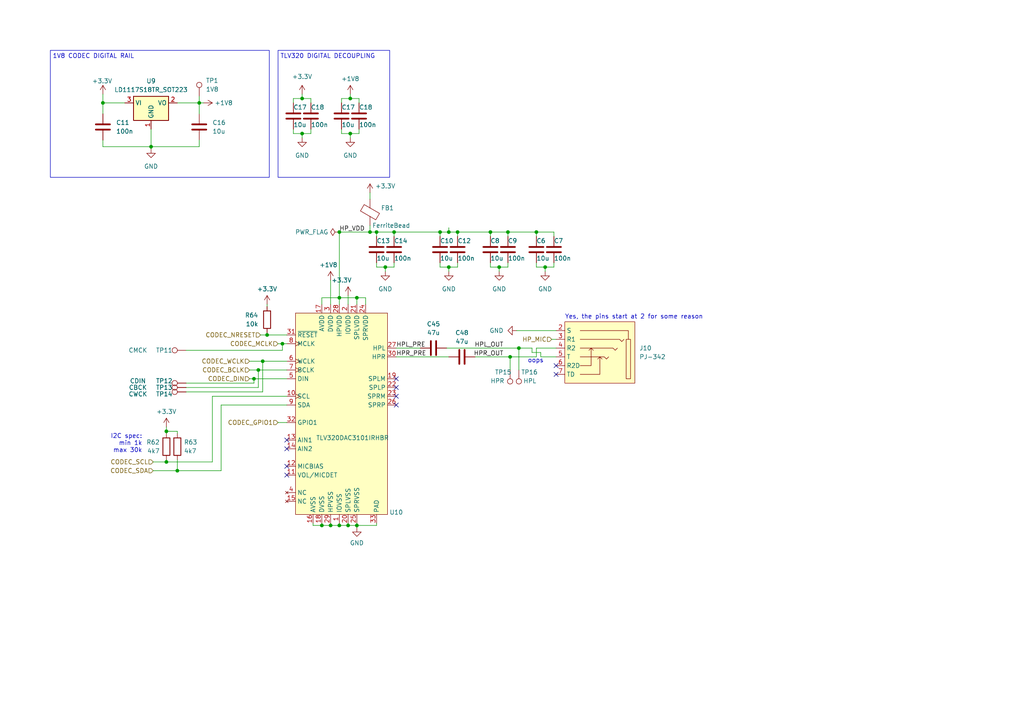
<source format=kicad_sch>
(kicad_sch (version 20230121) (generator eeschema)
  (paper "A4")
  (title_block (title "SBC DAC Interface"))
  (lib_symbols
    (symbol "Connector:TestPoint" (pin_numbers hide) (pin_names (offset 0.762) hide)
      (property "Reference" "TP" (at 0 6.858 0))
      (property "Value" "TestPoint" (at 0 5.08 0))
      (symbol "TestPoint_0_1"
        (circle (center 0 3.302) (radius 0.762))
      )
      (symbol "TestPoint_1_1"
        (pin passive line (at 0 0 90) (length 2.54) (name "1") (number "1"))
      )
    )
    (symbol "Device:C" (pin_numbers hide) (pin_names (offset 0.254))
      (property "Reference" "C" (at 0.635 2.54 0))
      (property "Value" "C" (at 0.635 -2.54 0))
      (symbol "C_0_1"
        (polyline (pts (xy -2.032 -0.762) (xy 2.032 -0.762)) (stroke (width 0.508)))
        (polyline (pts (xy -2.032 0.762) (xy 2.032 0.762)) (stroke (width 0.508)))
      )
      (symbol "C_1_1"
        (pin passive line (at 0 3.81 270) (length 2.794) (name "~") (number "1"))
        (pin passive line (at 0 -3.81 90) (length 2.794) (name "~") (number "2"))
      )
    )
    (symbol "Device:FerriteBead" (pin_numbers hide) (pin_names (offset 0))
      (property "Reference" "FB" (at -3.81 0.635 90))
      (property "Value" "FerriteBead" (at 3.81 0 90))
      (symbol "FerriteBead_0_1"
        (polyline (pts (xy 0 -1.27) (xy 0 -1.2192)))
        (polyline (pts (xy 0 1.27) (xy 0 1.2954)))
        (polyline (pts (xy -2.7686 0.4064) (xy -1.7018 2.2606) (xy 2.7686 -0.3048) (xy 1.6764 -2.159) (xy -2.7686 0.4064)))
      )
      (symbol "FerriteBead_1_1"
        (pin passive line (at 0 3.81 270) (length 2.54) (name "~") (number "1"))
        (pin passive line (at 0 -3.81 90) (length 2.54) (name "~") (number "2"))
      )
    )
    (symbol "Device:R" (pin_numbers hide) (pin_names (offset 0))
      (property "Reference" "R" (at 2.032 0 90))
      (property "Value" "R" (at 0 0 90))
      (symbol "R_0_1"
        (rectangle (start -1.016 -2.54) (end 1.016 2.54) (stroke (width 0.254)))
      )
      (symbol "R_1_1"
        (pin passive line (at 0 3.81 270) (length 1.27) (name "~") (number "1"))
        (pin passive line (at 0 -3.81 90) (length 1.27) (name "~") (number "2"))
      )
    )
    (symbol "Regulator_Linear:LD1117S18TR_SOT223"
      (property "Reference" "U" (at -3.81 3.175 0))
      (property "Value" "LD1117S18TR_SOT223" (at 0 3.175 0))
      (symbol "LD1117S18TR_SOT223_0_1"
        (rectangle (start -5.08 -5.08) (end 5.08 1.905) (stroke (width 0.254)) (fill (type background)))
      )
      (symbol "LD1117S18TR_SOT223_1_1"
        (pin power_in line (at 0 -7.62 90) (length 2.54) (name "GND") (number "1"))
        (pin power_out line (at 7.62 0 180) (length 2.54) (name "VO") (number "2"))
        (pin power_in line (at -7.62 0 0) (length 2.54) (name "VI") (number "3"))
      )
    )
    (symbol "power:+1V8" (power) (pin_names (offset 0))
      (property "Value" "+1V8" (at 0 3.556 0))
      (symbol "+1V8_0_1"
        (polyline (pts (xy -0.762 1.27) (xy 0 2.54)))
        (polyline (pts (xy 0 0) (xy 0 2.54)))
        (polyline (pts (xy 0 2.54) (xy 0.762 1.27)))
      )
      (symbol "+1V8_1_1"
        (pin power_in line (at 0 0 90) (length 0) hide (name "+1V8") (number "1"))
      )
    )
    (symbol "power:+3.3V" (power) (pin_names (offset 0))
      (property "Value" "+3.3V" (at 0 3.556 0))
      (symbol "+3.3V_0_1"
        (polyline (pts (xy -0.762 1.27) (xy 0 2.54)))
        (polyline (pts (xy 0 0) (xy 0 2.54)))
        (polyline (pts (xy 0 2.54) (xy 0.762 1.27)))
      )
      (symbol "+3.3V_1_1"
        (pin power_in line (at 0 0 90) (length 0) hide (name "+3.3V") (number "1"))
      )
    )
    (symbol "power:GND" (power) (pin_names (offset 0))
      (property "Value" "GND" (at 0 -3.81 0))
      (symbol "GND_0_1"
        (polyline (pts (xy 0 0) (xy 0 -1.27) (xy 1.27 -1.27) (xy 0 -2.54) (xy -1.27 -1.27) (xy 0 -1.27)))
      )
      (symbol "GND_1_1"
        (pin power_in line (at 0 0 270) (length 0) hide (name "GND") (number "1"))
      )
    )
    (symbol "power:PWR_FLAG" (power) (pin_numbers hide) (pin_names (offset 0) hide)
      (property "Value" "PWR_FLAG" (at 0 3.81 0))
      (symbol "PWR_FLAG_0_0"
        (pin power_out line (at 0 0 90) (length 0) (name "pwr") (number "1"))
      )
      (symbol "PWR_FLAG_0_1"
        (polyline (pts (xy 0 0) (xy 0 1.27) (xy -1.016 1.905) (xy 0 2.54) (xy 1.016 1.905) (xy 0 1.27)))
      )
    )
    (symbol "sbc_library:AudioJack_PJ-342"
      (property "Reference" "J" (at -3.81 2.54 0))
      (symbol "AudioJack_PJ-342_1_1"
        (polyline (pts (xy 4.445 -15.24) (xy 10.16 -15.24) (xy 10.16 -10.16)))
        (polyline (pts (xy 4.445 -12.7) (xy 7.62 -12.7) (xy 7.62 -7.62)))
        (polyline (pts (xy 4.445 -2.54) (xy 18.415 -2.54) (xy 18.415 -5.08)))
        (polyline (pts (xy 6.985 -8.255) (xy 7.62 -7.62) (xy 8.255 -8.255)))
        (polyline (pts (xy 9.525 -10.795) (xy 10.16 -10.16) (xy 10.795 -10.795)))
        (polyline (pts (xy 4.445 -10.16) (xy 11.43 -10.16) (xy 12.065 -10.795) (xy 12.7 -10.16)))
        (polyline (pts (xy 4.445 -7.62) (xy 13.97 -7.62) (xy 14.605 -8.255) (xy 15.24 -7.62)))
        (polyline (pts (xy 4.445 -5.08) (xy 15.875 -5.08) (xy 16.51 -5.715) (xy 17.145 -5.08)))
        (rectangle (start 0 0) (end 20.32 -17.78) (fill (type background)))
        (rectangle (start 17.78 -5.08) (end 19.05 -16.51) (fill (type background)))
        (pin power_in line (at -2.54 -2.54 0) (length 2.54) (name "S") (number "2"))
        (pin bidirectional line (at -2.54 -5.08 0) (length 2.54) (name "R1") (number "3"))
        (pin bidirectional line (at -2.54 -7.62 0) (length 2.54) (name "R2") (number "4"))
        (pin bidirectional line (at -2.54 -10.16 0) (length 2.54) (name "T") (number "5"))
        (pin bidirectional line (at -2.54 -12.7 0) (length 2.54) (name "R2D") (number "6"))
        (pin bidirectional line (at -2.54 -15.24 0) (length 2.54) (name "TD") (number "7"))
      )
    )
    (symbol "sbc_library:TLV320DAC3101"
      (property "Reference" "U" (at -17.78 31.75 0))
      (property "Value" "TLV320DAC3101" (at 0 -6.35 0))
      (symbol "TLV320DAC3101_1_1"
        (rectangle (start -16.51 29.21) (end 10.16 -29.21) (fill (type background)))
        (pin power_in line (at -3.81 -31.75 90) (length 2.54) (name "IOVSS") (number "1"))
        (pin bidirectional clock (at -19.05 5.08 0) (length 2.54) (name "SCL") (number "10"))
        (pin input line (at -19.05 -17.78 0) (length 2.54) (name "VOL/MICDET") (number "11"))
        (pin output line (at -19.05 -15.24 0) (length 2.54) (name "MICBIAS") (number "12"))
        (pin input line (at -19.05 -7.62 0) (length 2.54) (name "AIN1") (number "13"))
        (pin input line (at -19.05 -10.16 0) (length 2.54) (name "AIN2") (number "14"))
        (pin no_connect line (at -19.05 -25.4 0) (length 2.54) (name "NC") (number "15"))
        (pin power_in line (at -11.43 -31.75 90) (length 2.54) (name "AVSS") (number "16"))
        (pin power_in line (at -8.89 31.75 270) (length 2.54) (name "AVDD") (number "17"))
        (pin power_in line (at -8.89 -31.75 90) (length 2.54) (name "DVSS") (number "18"))
        (pin output line (at 12.7 10.16 180) (length 2.54) (name "SPLM") (number "19"))
        (pin power_in line (at -1.27 31.75 270) (length 2.54) (name "IOVDD") (number "2"))
        (pin power_in line (at -1.27 -31.75 90) (length 2.54) (name "SPLVSS") (number "20"))
        (pin power_in line (at 1.27 31.75 270) (length 2.54) (name "SPLVDD") (number "21"))
        (pin output line (at 12.7 7.62 180) (length 2.54) (name "SPLP") (number "22"))
        (pin output line (at 12.7 5.08 180) (length 2.54) (name "SPRM") (number "23"))
        (pin power_in line (at 3.81 31.75 270) (length 2.54) (name "SPRVDD") (number "24"))
        (pin power_in line (at 1.27 -31.75 90) (length 2.54) (name "SPRVSS") (number "25"))
        (pin output line (at 12.7 2.54 180) (length 2.54) (name "SPRP") (number "26"))
        (pin output line (at 12.7 19.05 180) (length 2.54) (name "HPL") (number "27"))
        (pin power_in line (at -3.81 31.75 270) (length 2.54) (name "HPVDD") (number "28"))
        (pin power_in line (at -6.35 -31.75 90) (length 2.54) (name "HPVSS") (number "29"))
        (pin power_in line (at -6.35 31.75 270) (length 2.54) (name "DVDD") (number "3"))
        (pin output line (at 12.7 16.51 180) (length 2.54) (name "HPR") (number "30"))
        (pin input line (at -19.05 22.86 0) (length 2.54) (name "~{RESET}") (number "31"))
        (pin bidirectional line (at -19.05 -2.54 0) (length 2.54) (name "GPIO1") (number "32"))
        (pin power_in line (at 6.985 -31.75 90) (length 2.54) (name "PAD") (number "33"))
        (pin no_connect line (at -19.05 -22.86 0) (length 2.54) (name "NC") (number "4"))
        (pin input line (at -19.05 10.16 0) (length 2.54) (name "DIN") (number "5"))
        (pin bidirectional clock (at -19.05 15.24 0) (length 2.54) (name "WCLK") (number "6"))
        (pin bidirectional clock (at -19.05 12.7 0) (length 2.54) (name "BCLK") (number "7"))
        (pin input clock (at -19.05 20.32 0) (length 2.54) (name "MCLK") (number "8"))
        (pin bidirectional line (at -19.05 2.54 0) (length 2.54) (name "SDA") (number "9"))
      )
    )
  )
  (junction (at 111.76 77.47))
  (junction (at 158.115 77.47))
  (junction (at 57.785 29.845))
  (junction (at 81.915 99.695))
  (junction (at 98.425 67.31))
  (junction (at 43.815 42.545))
  (junction (at 76.2 104.775))
  (junction (at 48.26 125.095))
  (junction (at 127.635 67.31))
  (junction (at 87.63 38.735))
  (junction (at 144.78 77.47))
  (junction (at 103.505 152.4))
  (junction (at 98.425 86.36))
  (junction (at 87.63 28.575))
  (junction (at 29.845 29.845))
  (junction (at 109.22 67.31))
  (junction (at 142.24 67.31))
  (junction (at 101.6 28.575))
  (junction (at 77.47 97.155))
  (junction (at 114.3 67.31))
  (junction (at 74.93 107.315))
  (junction (at 107.315 67.31))
  (junction (at 155.575 67.31))
  (junction (at 130.175 77.47))
  (junction (at 132.715 67.31))
  (junction (at 98.425 152.4))
  (junction (at 48.26 133.985))
  (junction (at 51.435 136.525))
  (junction (at 147.32 67.31))
  (junction (at 103.505 86.36))
  (junction (at 101.6 38.735))
  (junction (at 130.175 67.31))
  (junction (at 73.66 109.855))
  (junction (at 100.965 152.4))
  (junction (at 147.955 103.505))
  (junction (at 95.885 152.4))
  (junction (at 93.345 152.4))
  (junction (at 150.495 100.965))
  (no_connect (at 83.185 130.175))
  (no_connect (at 114.935 112.395))
  (no_connect (at 83.185 135.255))
  (no_connect (at 161.29 106.045))
  (no_connect (at 114.935 109.855))
  (no_connect (at 83.185 127.635))
  (no_connect (at 114.935 114.935))
  (no_connect (at 83.185 137.795))
  (no_connect (at 161.29 108.585))
  (no_connect (at 114.935 117.475))
  (wire (pts (xy 44.45 133.985) (xy 48.26 133.985)))
  (wire (pts (xy 73.66 109.855) (xy 73.66 111.125)))
  (wire (pts (xy 106.045 86.36) (xy 106.045 88.265)))
  (wire (pts (xy 61.595 133.985) (xy 61.595 114.935)))
  (wire (pts (xy 85.09 28.575) (xy 87.63 28.575)))
  (wire (pts (xy 72.39 104.775) (xy 76.2 104.775)))
  (wire (pts (xy 87.63 27.305) (xy 87.63 28.575)))
  (wire (pts (xy 80.645 99.695) (xy 81.915 99.695)))
  (wire (pts (xy 48.26 133.35) (xy 48.26 133.985)))
  (wire (pts (xy 61.595 114.935) (xy 83.185 114.935)))
  (wire (pts (xy 51.435 29.845) (xy 57.785 29.845)))
  (wire (pts (xy 142.24 68.58) (xy 142.24 67.31)))
  (wire (pts (xy 51.435 133.35) (xy 51.435 136.525)))
  (wire (pts (xy 101.6 40.005) (xy 101.6 38.735)))
  (wire (pts (xy 109.22 151.765) (xy 109.22 152.4)))
  (wire (pts (xy 53.975 101.6) (xy 81.915 101.6)))
  (wire (pts (xy 90.805 152.4) (xy 93.345 152.4)))
  (wire (pts (xy 156.845 102.235) (xy 156.845 103.505)))
  (wire (pts (xy 99.06 38.735) (xy 101.6 38.735)))
  (wire (pts (xy 29.845 42.545) (xy 43.815 42.545)))
  (wire (pts (xy 103.505 86.36) (xy 106.045 86.36)))
  (wire (pts (xy 127.635 77.47) (xy 130.175 77.47)))
  (wire (pts (xy 98.425 67.31) (xy 107.315 67.31)))
  (wire (pts (xy 80.645 122.555) (xy 83.185 122.555)))
  (wire (pts (xy 158.115 77.47) (xy 160.655 77.47)))
  (wire (pts (xy 74.93 107.315) (xy 83.185 107.315)))
  (wire (pts (xy 57.785 42.545) (xy 57.785 40.64)))
  (wire (pts (xy 93.345 86.36) (xy 98.425 86.36)))
  (wire (pts (xy 147.955 103.505) (xy 155.575 103.505)))
  (wire (pts (xy 85.09 38.735) (xy 87.63 38.735)))
  (wire (pts (xy 158.115 78.74) (xy 158.115 77.47)))
  (wire (pts (xy 107.315 65.405) (xy 107.315 67.31)))
  (wire (pts (xy 29.845 29.845) (xy 36.195 29.845)))
  (wire (pts (xy 95.885 151.765) (xy 95.885 152.4)))
  (wire (pts (xy 155.575 103.505) (xy 155.575 100.965)))
  (wire (pts (xy 149.86 95.885) (xy 161.29 95.885)))
  (wire (pts (xy 111.76 77.47) (xy 114.3 77.47)))
  (wire (pts (xy 154.305 100.965) (xy 154.305 102.235)))
  (wire (pts (xy 144.78 77.47) (xy 147.32 77.47)))
  (wire (pts (xy 29.845 27.305) (xy 29.845 29.845)))
  (wire (pts (xy 107.315 55.88) (xy 107.315 57.785)))
  (wire (pts (xy 87.63 28.575) (xy 90.17 28.575)))
  (wire (pts (xy 99.06 29.845) (xy 99.06 28.575)))
  (wire (pts (xy 147.32 67.31) (xy 155.575 67.31)))
  (wire (pts (xy 101.6 27.305) (xy 101.6 28.575)))
  (wire (pts (xy 155.575 67.31) (xy 160.655 67.31)))
  (wire (pts (xy 109.22 152.4) (xy 103.505 152.4)))
  (wire (pts (xy 109.22 68.58) (xy 109.22 67.31)))
  (wire (pts (xy 132.715 67.31) (xy 132.715 68.58)))
  (wire (pts (xy 72.39 109.855) (xy 73.66 109.855)))
  (wire (pts (xy 127.635 68.58) (xy 127.635 67.31)))
  (wire (pts (xy 160.655 77.47) (xy 160.655 76.2)))
  (wire (pts (xy 48.26 123.825) (xy 48.26 125.095)))
  (wire (pts (xy 111.76 78.74) (xy 111.76 77.47)))
  (wire (pts (xy 103.505 152.4) (xy 103.505 151.765)))
  (wire (pts (xy 155.575 100.965) (xy 161.29 100.965)))
  (wire (pts (xy 130.175 78.74) (xy 130.175 77.47)))
  (wire (pts (xy 155.575 68.58) (xy 155.575 67.31)))
  (wire (pts (xy 130.175 66.04) (xy 130.175 67.31)))
  (wire (pts (xy 150.495 100.965) (xy 150.495 107.315)))
  (wire (pts (xy 98.425 151.765) (xy 98.425 152.4)))
  (wire (pts (xy 77.47 97.155) (xy 77.47 96.52)))
  (wire (pts (xy 132.715 77.47) (xy 132.715 76.2)))
  (wire (pts (xy 100.965 151.765) (xy 100.965 152.4)))
  (wire (pts (xy 95.885 81.28) (xy 95.885 88.265)))
  (wire (pts (xy 127.635 76.2) (xy 127.635 77.47)))
  (wire (pts (xy 132.715 67.31) (xy 142.24 67.31)))
  (wire (pts (xy 93.345 151.765) (xy 93.345 152.4)))
  (wire (pts (xy 100.965 85.725) (xy 100.965 88.265)))
  (wire (pts (xy 29.845 29.845) (xy 29.845 33.02)))
  (wire (pts (xy 155.575 76.2) (xy 155.575 77.47)))
  (wire (pts (xy 142.24 76.2) (xy 142.24 77.47)))
  (wire (pts (xy 147.32 67.31) (xy 147.32 68.58)))
  (wire (pts (xy 98.425 86.36) (xy 98.425 88.265)))
  (wire (pts (xy 137.795 103.505) (xy 147.955 103.505)))
  (wire (pts (xy 160.655 67.31) (xy 160.655 68.58)))
  (wire (pts (xy 87.63 40.005) (xy 87.63 38.735)))
  (wire (pts (xy 57.785 29.845) (xy 59.055 29.845)))
  (wire (pts (xy 75.565 97.155) (xy 77.47 97.155)))
  (wire (pts (xy 107.315 67.31) (xy 109.22 67.31)))
  (wire (pts (xy 98.425 67.31) (xy 98.425 86.36)))
  (wire (pts (xy 154.305 102.235) (xy 156.845 102.235)))
  (wire (pts (xy 51.435 125.095) (xy 51.435 125.73)))
  (wire (pts (xy 64.135 117.475) (xy 83.185 117.475)))
  (wire (pts (xy 104.14 28.575) (xy 104.14 29.845)))
  (wire (pts (xy 129.54 100.965) (xy 150.495 100.965)))
  (wire (pts (xy 95.885 152.4) (xy 98.425 152.4)))
  (wire (pts (xy 85.09 29.845) (xy 85.09 28.575)))
  (wire (pts (xy 127.635 67.31) (xy 130.175 67.31)))
  (wire (pts (xy 147.955 103.505) (xy 147.955 107.315)))
  (wire (pts (xy 93.345 88.265) (xy 93.345 86.36)))
  (wire (pts (xy 156.845 103.505) (xy 161.29 103.505)))
  (wire (pts (xy 81.915 99.695) (xy 81.915 101.6)))
  (wire (pts (xy 99.06 28.575) (xy 101.6 28.575)))
  (wire (pts (xy 81.915 99.695) (xy 83.185 99.695)))
  (wire (pts (xy 99.06 37.465) (xy 99.06 38.735)))
  (wire (pts (xy 98.425 86.36) (xy 103.505 86.36)))
  (wire (pts (xy 43.815 42.545) (xy 43.815 43.18)))
  (wire (pts (xy 147.32 77.47) (xy 147.32 76.2)))
  (wire (pts (xy 64.135 136.525) (xy 64.135 117.475)))
  (wire (pts (xy 114.935 100.965) (xy 121.92 100.965)))
  (wire (pts (xy 57.785 27.94) (xy 57.785 29.845)))
  (wire (pts (xy 114.3 77.47) (xy 114.3 76.2)))
  (wire (pts (xy 109.22 76.2) (xy 109.22 77.47)))
  (wire (pts (xy 90.17 28.575) (xy 90.17 29.845)))
  (wire (pts (xy 142.24 67.31) (xy 147.32 67.31)))
  (wire (pts (xy 77.47 88.265) (xy 77.47 88.9)))
  (wire (pts (xy 83.185 97.155) (xy 77.47 97.155)))
  (wire (pts (xy 53.975 112.395) (xy 74.93 112.395)))
  (wire (pts (xy 114.3 67.31) (xy 114.3 68.58)))
  (wire (pts (xy 43.815 42.545) (xy 57.785 42.545)))
  (wire (pts (xy 109.22 77.47) (xy 111.76 77.47)))
  (wire (pts (xy 48.26 125.095) (xy 51.435 125.095)))
  (wire (pts (xy 98.425 152.4) (xy 100.965 152.4)))
  (wire (pts (xy 93.345 152.4) (xy 95.885 152.4)))
  (wire (pts (xy 76.2 104.775) (xy 83.185 104.775)))
  (wire (pts (xy 57.785 29.845) (xy 57.785 33.02)))
  (wire (pts (xy 114.935 103.505) (xy 130.175 103.505)))
  (wire (pts (xy 48.26 133.985) (xy 61.595 133.985)))
  (wire (pts (xy 73.66 109.855) (xy 83.185 109.855)))
  (wire (pts (xy 90.17 38.735) (xy 90.17 37.465)))
  (wire (pts (xy 76.2 104.775) (xy 76.2 113.665)))
  (wire (pts (xy 160.02 98.425) (xy 161.29 98.425)))
  (wire (pts (xy 101.6 28.575) (xy 104.14 28.575)))
  (wire (pts (xy 109.22 67.31) (xy 114.3 67.31)))
  (wire (pts (xy 155.575 77.47) (xy 158.115 77.47)))
  (wire (pts (xy 100.965 152.4) (xy 103.505 152.4)))
  (wire (pts (xy 85.09 37.465) (xy 85.09 38.735)))
  (wire (pts (xy 130.175 77.47) (xy 132.715 77.47)))
  (wire (pts (xy 104.14 38.735) (xy 104.14 37.465)))
  (wire (pts (xy 90.805 151.765) (xy 90.805 152.4)))
  (wire (pts (xy 150.495 100.965) (xy 154.305 100.965)))
  (wire (pts (xy 103.505 152.4) (xy 103.505 153.035)))
  (wire (pts (xy 101.6 38.735) (xy 104.14 38.735)))
  (wire (pts (xy 53.975 111.125) (xy 73.66 111.125)))
  (wire (pts (xy 43.815 37.465) (xy 43.815 42.545)))
  (wire (pts (xy 48.26 125.73) (xy 48.26 125.095)))
  (wire (pts (xy 142.24 77.47) (xy 144.78 77.47)))
  (wire (pts (xy 74.93 107.315) (xy 74.93 112.395)))
  (wire (pts (xy 103.505 86.36) (xy 103.505 88.265)))
  (wire (pts (xy 29.845 40.64) (xy 29.845 42.545)))
  (wire (pts (xy 87.63 38.735) (xy 90.17 38.735)))
  (wire (pts (xy 51.435 136.525) (xy 64.135 136.525)))
  (wire (pts (xy 144.78 78.74) (xy 144.78 77.47)))
  (wire (pts (xy 114.3 67.31) (xy 127.635 67.31)))
  (wire (pts (xy 44.45 136.525) (xy 51.435 136.525)))
  (wire (pts (xy 130.175 67.31) (xy 132.715 67.31)))
  (wire (pts (xy 53.975 113.665) (xy 76.2 113.665)))
  (wire (pts (xy 72.39 107.315) (xy 74.93 107.315)))
  (rectangle (start 80.645 14.605) (end 113.03 51.435))
  (rectangle (start 14.605 14.605) (end 78.105 51.435))
  (text "I2C spec:\nmin 1k\nmax 30k" (at 41.275 131.445 0) (effects (font (size 1.27 1.27)) (justify right bottom)))
  (text "1V8 CODEC DIGITAL RAIL" (at 15.24 17.145 0) (effects (font (size 1.27 1.27)) (justify left bottom)))
  (text "Yes, the pins start at 2 for some reason" (at 163.83 92.71 0) (effects (font (size 1.27 1.27)) (justify left bottom)))
  (text "TLV320 DIGITAL DECOUPLING" (at 81.28 17.145 0) (effects (font (size 1.27 1.27)) (justify left bottom)))
  (text "oops" (at 153.035 105.41 0) (effects (font (size 1.27 1.27)) (justify left bottom)))
  (label "HP_VDD" (at 98.425 67.31 0))
  (label "HPR_PRE" (at 114.935 103.505 0))
  (label "HPL_PRE" (at 114.935 100.965 0))
  (label "HPR_OUT" (at 146.05 103.505 180))
  (label "HPL_OUT" (at 146.05 100.965 180))
  (hierarchical_label "HP_MIC" (shape input) (at 160.02 98.425 180))
  (hierarchical_label "CODEC_DIN" (shape input) (at 72.39 109.855 180))
  (hierarchical_label "CODEC_GPIO1" (shape input) (at 80.645 122.555 180))
  (hierarchical_label "CODEC_SCL" (shape input) (at 44.45 133.985 180))
  (hierarchical_label "CODEC_SDA" (shape input) (at 44.45 136.525 180))
  (hierarchical_label "CODEC_BCLK" (shape input) (at 72.39 107.315 180))
  (hierarchical_label "CODEC_WCLK" (shape input) (at 72.39 104.775 180))
  (hierarchical_label "CODEC_NRESET" (shape input) (at 75.565 97.155 180))
  (hierarchical_label "CODEC_MCLK" (shape input) (at 80.645 99.695 180))
  (symbol (lib_id "Connector:TestPoint") (at 53.975 113.665 90) (unit 1)
    (property "Reference" "TP14" (at 47.625 114.3 90))
    (property "Value" "CWCK" (at 40.005 114.3 90))
    (property "Footprint" "sbc:MyTP" (effects hide))
  )
  (symbol (lib_id "Device:C") (at 109.22 72.39 0) (unit 1)
    (property "Reference" "C13" (at 109.22 69.85 0) (effects (justify left)))
    (property "Value" "10u" (at 109.22 74.93 0) (effects (justify left)))
    (property "Footprint" "Capacitor_SMD:C_0603_1608Metric" (effects hide))
    (property "Part Name" "CL10A106MA8NRNC" (effects hide))
    (property "LCSC" "C96446" (effects hide))
    (instances (project "sbc3_pcb" (path "" (reference "C13") (unit 1)) (path "" (reference "C46") (unit 1))))
  )
  (symbol (lib_id "Device:C") (at 29.845 36.83 0) (unit 1)
    (property "Reference" "C11" (at 33.655 35.56 0) (effects (justify left)))
    (property "Value" "100n" (at 33.655 38.1 0) (effects (justify left)))
    (property "Footprint" "Capacitor_SMD:C_0402_1005Metric" (effects hide))
    (property "LCSC" "C1525" (effects hide))
    (property "Part Name" "CL05B104KO5NNNC" (effects hide))
    (instances (project "sbc3_pcb" (path "" (reference "C11") (unit 1)) (path "" (reference "C18") (unit 1))))
  )
  (symbol (lib_id "power:+1V8") (at 95.885 81.28 0) (unit 1)
    (property "Reference" "#PWR0110" (effects hide))
    (property "Value" "+1V8" (at 95.25 76.835 0))
  )
  (symbol (lib_id "power:GND") (at 103.505 153.035 0) (unit 1)
    (property "Reference" "#PWR0113" (effects hide))
    (property "Value" "GND" (at 103.505 157.48 0))
  )
  (symbol (lib_id "power:GND") (at 130.175 78.74 0) (unit 1)
    (property "Reference" "#PWR016" (effects hide))
    (property "Value" "GND" (at 130.175 83.82 0))
    (instances (project "sbc3_pcb" (path "" (reference "#PWR016") (unit 1)) (path "" (reference "#PWR0115") (unit 1))))
  )
  (symbol (lib_id "power:GND") (at 149.86 95.885 270) (unit 1)
    (property "Reference" "#PWR0120" (effects hide))
    (property "Value" "GND" (at 146.05 95.885 90) (effects (justify right)))
  )
  (symbol (lib_id "Device:C") (at 114.3 72.39 0) (unit 1)
    (property "Reference" "C14" (at 114.3 69.85 0) (effects (justify left)))
    (property "Value" "100n" (at 114.3 74.93 0) (effects (justify left)))
    (property "Footprint" "Capacitor_SMD:C_0402_1005Metric" (effects hide))
    (property "Part Name" "CL05B104KO5NNNC" (effects hide))
    (property "LCSC" "C1525" (effects hide))
    (instances (project "sbc3_pcb" (path "" (reference "C14") (unit 1)) (path "" (reference "C47") (unit 1))))
  )
  (symbol (lib_id "Device:C") (at 104.14 33.655 0) (unit 1)
    (property "Reference" "C18" (at 104.14 31.115 0) (effects (justify left)))
    (property "Value" "100n" (at 104.14 36.195 0) (effects (justify left)))
    (property "Footprint" "Capacitor_SMD:C_0402_1005Metric" (effects hide))
    (property "Part Name" "CL05B104KO5NNNC" (effects hide))
    (property "LCSC" "C1525" (effects hide))
    (instances (project "sbc3_pcb" (path "" (reference "C18") (unit 1)) (path "" (reference "C52") (unit 1))))
  )
  (symbol (lib_id "Connector:TestPoint") (at 57.785 27.94 0) (unit 1)
    (property "Reference" "TP1" (at 59.69 23.368 0) (effects (justify left)))
    (property "Value" "1V8" (at 59.69 25.908 0) (effects (justify left)))
    (property "Footprint" "sbc:MyTP" (effects hide))
    (instances (project "sbc3_pcb" (path "" (reference "TP1") (unit 1)) (path "" (reference "TP10") (unit 1))))
  )
  (symbol (lib_id "Device:R") (at 77.47 92.71 0) (mirror y) (unit 1)
    (property "Reference" "R64" (at 74.93 91.44 0) (effects (justify left)))
    (property "Value" "10k" (at 74.93 93.98 0) (effects (justify left)))
    (property "Footprint" "Resistor_SMD:R_0402_1005Metric" (effects hide))
    (property "Part Name" "0402WGF1002TCE" (effects hide))
    (property "LCSC" "C25744" (effects hide))
  )
  (symbol (lib_id "Device:C") (at 132.715 72.39 0) (unit 1)
    (property "Reference" "C12" (at 132.715 69.85 0) (effects (justify left)))
    (property "Value" "100n" (at 132.715 74.93 0) (effects (justify left)))
    (property "Footprint" "Capacitor_SMD:C_0402_1005Metric" (effects hide))
    (property "Part Name" "CL05B104KO5NNNC" (effects hide))
    (property "LCSC" "C1525" (effects hide))
    (instances (project "sbc3_pcb" (path "" (reference "C12") (unit 1)) (path "" (reference "C44") (unit 1))))
  )
  (symbol (lib_id "Connector:TestPoint") (at 150.495 107.315 180) (unit 1)
    (property "Reference" "TP16" (at 151.13 107.95 0) (effects (justify right)))
    (property "Value" "HPL" (at 151.765 110.49 0) (effects (justify right)))
    (property "Footprint" "sbc:MyTP" (effects hide))
  )
  (symbol (lib_id "Connector:TestPoint") (at 53.975 101.6 90) (unit 1)
    (property "Reference" "TP11" (at 47.625 101.6 90))
    (property "Value" "CMCK" (at 40.005 101.6 90))
    (property "Footprint" "sbc:MyTP" (effects hide))
  )
  (symbol (lib_id "Device:FerriteBead") (at 107.315 61.595 0) (unit 1)
    (property "Reference" "FB1" (at 110.49 60.325 0) (effects (justify left)))
    (property "Value" "FerriteBead" (at 107.95 65.405 0) (effects (justify left)))
    (property "Footprint" "Inductor_SMD:L_0805_2012Metric" (effects hide))
    (property "LCSC" "C1015" (effects hide))
    (property "Part Name" "GZ2012D101TF" (effects hide))
  )
  (symbol (lib_id "Device:C") (at 85.09 33.655 0) (unit 1)
    (property "Reference" "C17" (at 85.09 31.115 0) (effects (justify left)))
    (property "Value" "10u" (at 85.09 36.195 0) (effects (justify left)))
    (property "Footprint" "Capacitor_SMD:C_0603_1608Metric" (effects hide))
    (property "Part Name" "CL10A106MA8NRNC" (effects hide))
    (property "LCSC" "C96446" (effects hide))
    (instances (project "sbc3_pcb" (path "" (reference "C17") (unit 1)) (path "" (reference "C49") (unit 1))))
  )
  (symbol (lib_id "power:GND") (at 144.78 78.74 0) (unit 1)
    (property "Reference" "#PWR014" (effects hide))
    (property "Value" "GND" (at 144.78 83.82 0))
    (instances (project "sbc3_pcb" (path "" (reference "#PWR014") (unit 1)) (path "" (reference "#PWR0112") (unit 1))))
  )
  (symbol (lib_id "power:GND") (at 111.76 78.74 0) (unit 1)
    (property "Reference" "#PWR019" (effects hide))
    (property "Value" "GND" (at 111.76 83.82 0))
    (instances (project "sbc3_pcb" (path "" (reference "#PWR019") (unit 1)) (path "" (reference "#PWR0117") (unit 1))))
  )
  (symbol (lib_id "power:GND") (at 43.815 43.18 0) (unit 1)
    (property "Reference" "#PWR021" (effects hide))
    (property "Value" "GND" (at 43.815 48.26 0))
    (instances (project "sbc3_pcb" (path "" (reference "#PWR021") (unit 1)) (path "" (reference "#PWR0103") (unit 1))))
  )
  (symbol (lib_id "power:GND") (at 101.6 40.005 0) (unit 1)
    (property "Reference" "#PWR022" (effects hide))
    (property "Value" "GND" (at 101.6 45.085 0))
    (instances (project "sbc3_pcb" (path "" (reference "#PWR022") (unit 1)) (path "" (reference "#PWR0122") (unit 1))))
  )
  (symbol (lib_id "Connector:TestPoint") (at 53.975 111.125 90) (unit 1)
    (property "Reference" "TP12" (at 47.625 110.49 90))
    (property "Value" "CDIN" (at 40.005 110.49 90))
    (property "Footprint" "sbc:MyTP" (effects hide))
  )
  (symbol (lib_id "power:+3.3V") (at 87.63 27.305 0) (unit 1)
    (property "Reference" "#PWR021" (effects hide))
    (property "Value" "+3.3V" (at 87.63 22.225 0))
    (instances (project "sbc3_pcb" (path "" (reference "#PWR021") (unit 1)) (path "" (reference "#PWR0118") (unit 1))))
  )
  (symbol (lib_id "Device:C") (at 160.655 72.39 0) (unit 1)
    (property "Reference" "C7" (at 160.655 69.85 0) (effects (justify left)))
    (property "Value" "100n" (at 160.655 74.93 0) (effects (justify left)))
    (property "Footprint" "Capacitor_SMD:C_0402_1005Metric" (effects hide))
    (property "Part Name" "CL05B104KO5NNNC" (effects hide))
    (property "LCSC" "C1525" (effects hide))
    (instances (project "sbc3_pcb" (path "" (reference "C7") (unit 1)) (path "" (reference "C40") (unit 1))))
  )
  (symbol (lib_id "power:+3.3V") (at 100.965 85.725 0) (unit 1)
    (property "Reference" "#PWR0109" (effects hide))
    (property "Value" "+3.3V" (at 99.06 81.28 0))
  )
  (symbol (lib_id "Device:C") (at 133.985 103.505 270) (unit 1)
    (property "Reference" "C48" (at 133.985 96.52 90))
    (property "Value" "47u" (at 133.985 99.06 90))
    (property "Footprint" "Capacitor_SMD:C_1206_3216Metric" (effects hide))
    (property "Part Name" "CL31A476MPHNNNE" (effects hide))
    (property "LCSC" "C96123" (effects hide))
  )
  (symbol (lib_id "Device:R") (at 48.26 129.54 0) (mirror y) (unit 1)
    (property "Reference" "R62" (at 46.355 128.27 0) (effects (justify left)))
    (property "Value" "4k7" (at 46.355 130.81 0) (effects (justify left)))
    (property "Footprint" "Resistor_SMD:R_0805_2012Metric" (effects hide))
    (property "Part Name" "0805W8F4701T5E" (effects hide))
    (property "LCSC" "C17673" (effects hide))
  )
  (symbol (lib_id "Device:C") (at 155.575 72.39 0) (unit 1)
    (property "Reference" "C6" (at 155.575 69.85 0) (effects (justify left)))
    (property "Value" "10u" (at 155.575 74.93 0) (effects (justify left)))
    (property "Footprint" "Capacitor_SMD:C_0603_1608Metric" (effects hide))
    (property "Part Name" "CL10A106MA8NRNC" (effects hide))
    (property "LCSC" "C96446" (effects hide))
    (instances (project "sbc3_pcb" (path "" (reference "C6") (unit 1)) (path "" (reference "C39") (unit 1))))
  )
  (symbol (lib_id "power:+3.3V") (at 48.26 123.825 0) (unit 1)
    (property "Reference" "#PWR0104" (effects hide))
    (property "Value" "+3.3V" (at 48.26 119.38 0))
  )
  (symbol (lib_id "Connector:TestPoint") (at 53.975 112.395 90) (unit 1)
    (property "Reference" "TP13" (at 47.625 112.395 90))
    (property "Value" "CBCK" (at 40.005 112.395 90))
    (property "Footprint" "sbc:MyTP" (effects hide))
  )
  (symbol (lib_id "Device:C") (at 90.17 33.655 0) (unit 1)
    (property "Reference" "C18" (at 90.17 31.115 0) (effects (justify left)))
    (property "Value" "100n" (at 90.17 36.195 0) (effects (justify left)))
    (property "Footprint" "Capacitor_SMD:C_0402_1005Metric" (effects hide))
    (property "Part Name" "CL05B104KO5NNNC" (effects hide))
    (property "LCSC" "C1525" (effects hide))
    (instances (project "sbc3_pcb" (path "" (reference "C18") (unit 1)) (path "" (reference "C50") (unit 1))))
  )
  (symbol (lib_id "power:+1V8") (at 59.055 29.845 270) (unit 1)
    (property "Reference" "#PWR0105" (effects hide))
    (property "Value" "+1V8" (at 62.23 29.845 90) (effects (justify left)))
  )
  (symbol (lib_id "power:PWR_FLAG") (at 98.425 67.31 90) (unit 1)
    (property "Reference" "#FLG02" (effects hide))
    (property "Value" "PWR_FLAG" (at 95.25 67.31 90) (effects (justify left)))
  )
  (symbol (lib_id "power:+1V8") (at 101.6 27.305 0) (unit 1)
    (property "Reference" "#PWR0121" (effects hide))
    (property "Value" "+1V8" (at 101.6 22.86 0))
  )
  (symbol (lib_id "Device:C") (at 125.73 100.965 270) (unit 1)
    (property "Reference" "C45" (at 125.73 93.98 90))
    (property "Value" "47u" (at 125.73 96.52 90))
    (property "Footprint" "Capacitor_SMD:C_1206_3216Metric" (effects hide))
    (property "Part Name" "CL31A476MPHNNNE" (effects hide))
    (property "LCSC" "C96123" (effects hide))
  )
  (symbol (lib_id "Device:C") (at 127.635 72.39 0) (unit 1)
    (property "Reference" "C10" (at 127.635 69.85 0) (effects (justify left)))
    (property "Value" "10u" (at 127.635 74.93 0) (effects (justify left)))
    (property "Footprint" "Capacitor_SMD:C_0603_1608Metric" (effects hide))
    (property "Part Name" "CL10A106MA8NRNC" (effects hide))
    (property "LCSC" "C96446" (effects hide))
    (instances (project "sbc3_pcb" (path "" (reference "C10") (unit 1)) (path "" (reference "C43") (unit 1))))
  )
  (symbol (lib_id "sbc_library:TLV320DAC3101") (at 102.235 120.015 0) (unit 1)
    (property "Reference" "U10" (at 114.935 148.59 0))
    (property "Value" "TLV320DAC3101IRHBR" (at 102.235 127 0))
    (property "Footprint" "Package_DFN_QFN:VQFN-32-1EP_5x5mm_P0.5mm_EP3.15x3.15mm" (effects hide))
    (property "Part Name" "TLV320DAC3101IRHBR" (effects hide))
    (property "LCSC" "C2651664" (effects hide))
  )
  (symbol (lib_id "Device:C") (at 99.06 33.655 0) (unit 1)
    (property "Reference" "C17" (at 99.06 31.115 0) (effects (justify left)))
    (property "Value" "10u" (at 99.06 36.195 0) (effects (justify left)))
    (property "Footprint" "Capacitor_SMD:C_0603_1608Metric" (effects hide))
    (property "Part Name" "CL10A106MA8NRNC" (effects hide))
    (property "LCSC" "C96446" (effects hide))
    (instances (project "sbc3_pcb" (path "" (reference "C17") (unit 1)) (path "" (reference "C51") (unit 1))))
  )
  (symbol (lib_id "Device:C") (at 147.32 72.39 0) (unit 1)
    (property "Reference" "C9" (at 147.32 69.85 0) (effects (justify left)))
    (property "Value" "100n" (at 147.32 74.93 0) (effects (justify left)))
    (property "Footprint" "Capacitor_SMD:C_0402_1005Metric" (effects hide))
    (property "Part Name" "CL05B104KO5NNNC" (effects hide))
    (property "LCSC" "C1525" (effects hide))
    (instances (project "sbc3_pcb" (path "" (reference "C9") (unit 1)) (path "" (reference "C42") (unit 1))))
  )
  (symbol (lib_id "power:+3.3V") (at 29.845 27.305 0) (unit 1)
    (property "Reference" "#PWR0102" (effects hide))
    (property "Value" "+3.3V" (at 26.67 23.495 0) (effects (justify left)))
  )
  (symbol (lib_id "Device:C") (at 142.24 72.39 0) (unit 1)
    (property "Reference" "C8" (at 142.24 69.85 0) (effects (justify left)))
    (property "Value" "10u" (at 142.24 74.93 0) (effects (justify left)))
    (property "Footprint" "Capacitor_SMD:C_0603_1608Metric" (effects hide))
    (property "Part Name" "CL10A106MA8NRNC" (effects hide))
    (property "LCSC" "C96446" (effects hide))
    (instances (project "sbc3_pcb" (path "" (reference "C8") (unit 1)) (path "" (reference "C41") (unit 1))))
  )
  (symbol (lib_id "sbc_library:AudioJack_PJ-342") (at 163.83 93.345 0) (unit 1)
    (property "Reference" "J10" (at 185.42 100.965 0) (effects (justify left)))
    (property "Value" "PJ-342" (at 185.42 103.505 0) (effects (justify left)))
    (property "Footprint" "sbc:PJ-342" (effects hide))
  )
  (symbol (lib_id "power:+3.3V") (at 77.47 88.265 0) (unit 1)
    (property "Reference" "#PWR0106" (effects hide))
    (property "Value" "+3.3V" (at 77.47 83.82 0))
  )
  (symbol (lib_id "Regulator_Linear:LD1117S18TR_SOT223") (at 43.815 29.845 0) (unit 1)
    (property "Reference" "U9" (at 43.815 23.495 0))
    (property "Value" "LD1117S18TR_SOT223" (at 43.815 26.035 0))
    (property "Footprint" "Package_TO_SOT_SMD:SOT-223-3_TabPin2" (effects hide))
    (property "Datasheet" "http://www.st.com/st-web-ui/static/active/en/resource/technical/document/datasheet/CD00000544.pdf" (effects hide))
    (property "LCSC" "C80598" (effects hide))
    (property "Part Name" "LD1117S18TR" (effects hide))
  )
  (symbol (lib_id "Device:R") (at 51.435 129.54 0) (unit 1)
    (property "Reference" "R63" (at 53.34 128.27 0) (effects (justify left)))
    (property "Value" "4k7" (at 53.34 130.81 0) (effects (justify left)))
    (property "Footprint" "Resistor_SMD:R_0805_2012Metric" (effects hide))
    (property "Part Name" "0805W8F4701T5E" (effects hide))
    (property "LCSC" "C17673" (effects hide))
  )
  (symbol (lib_id "power:+3.3V") (at 107.315 55.88 0) (unit 1)
    (property "Reference" "#PWR018" (effects hide))
    (property "Value" "+3.3V" (at 111.76 53.975 0))
    (instances (project "sbc3_pcb" (path "" (reference "#PWR018") (unit 1)) (path "" (reference "#PWR0116") (unit 1))))
  )
  (symbol (lib_id "Device:C") (at 57.785 36.83 0) (unit 1)
    (property "Reference" "C16" (at 61.595 35.56 0) (effects (justify left)))
    (property "Value" "10u" (at 61.595 38.1 0) (effects (justify left)))
    (property "Footprint" "Capacitor_SMD:C_0603_1608Metric" (effects hide))
    (property "LCSC" "C96446" (effects hide))
    (property "Part Name" "CL10A106MA8NRNC" (effects hide))
    (instances (project "sbc3_pcb" (path "" (reference "C16") (unit 1)) (path "" (reference "C36") (unit 1))))
  )
  (symbol (lib_id "power:GND") (at 87.63 40.005 0) (unit 1)
    (property "Reference" "#PWR022" (effects hide))
    (property "Value" "GND" (at 87.63 45.085 0))
    (instances (project "sbc3_pcb" (path "" (reference "#PWR022") (unit 1)) (path "" (reference "#PWR0119") (unit 1))))
  )
  (symbol (lib_id "power:GND") (at 158.115 78.74 0) (unit 1)
    (property "Reference" "#PWR012" (effects hide))
    (property "Value" "GND" (at 158.115 83.82 0))
    (instances (project "sbc3_pcb" (path "" (reference "#PWR012") (unit 1)) (path "" (reference "#PWR0108") (unit 1))))
  )
  (symbol (lib_id "Connector:TestPoint") (at 147.955 107.315 180) (unit 1)
    (property "Reference" "TP15" (at 143.51 107.95 0) (effects (justify right)))
    (property "Value" "HPR" (at 142.24 110.49 0) (effects (justify right)))
    (property "Footprint" "sbc:MyTP" (effects hide))
  )
)
</source>
